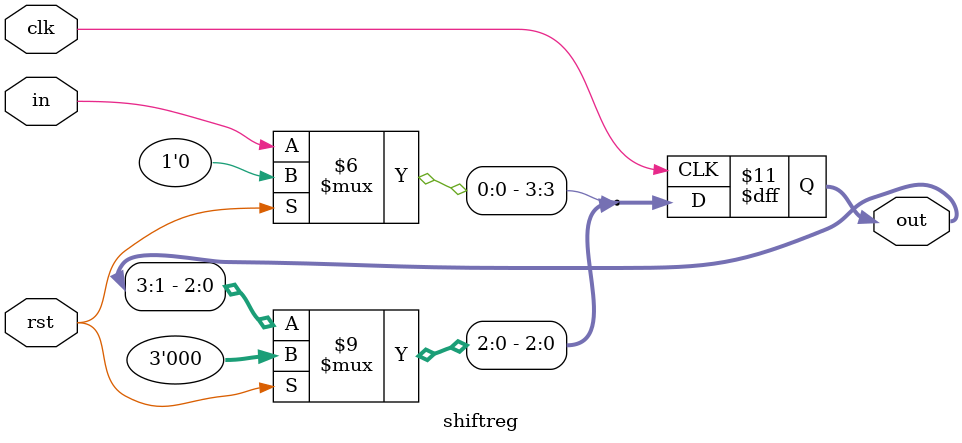
<source format=v>
`timescale 1ns / 1ps

module shiftreg(
    input clk, in, rst,
    output reg [3:0] out
    );
    initial out = 4'b1000;
    always @(posedge clk) begin
    if (rst==1'b1) 
        out <= 4'b0000;
    else begin
        out = out >> 1;
        out[3] = in;
    end
end
endmodule

</source>
